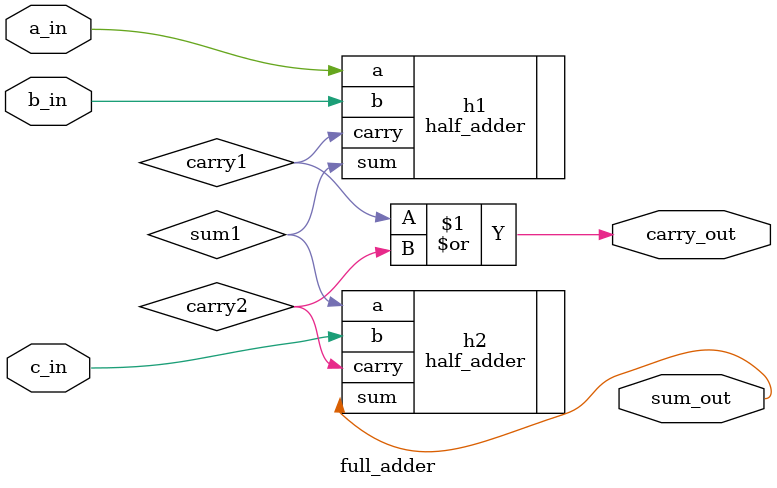
<source format=v>
module full_adder(input a_in,
                 input  b_in,
		  input c_in,
		  output sum_out,
		  output carry_out);
     

   //Step2 : Declare the internal wires    
	wire sum1;
	wire carry1;
	wire carry2;

   //Step3 : Instantiate the Half-Adders using name-based port mapping	

   half_adder h1(.a(a_in),.b(b_in),.sum(sum1),.carry(carry1));
   half_adder h2(.a(sum1),.b(c_in),.sum(sum_out),.carry(carry2));	

   //Step4 : Instantiate the OR gate
	assign carry_out=carry1|carry2;


endmodule
</source>
